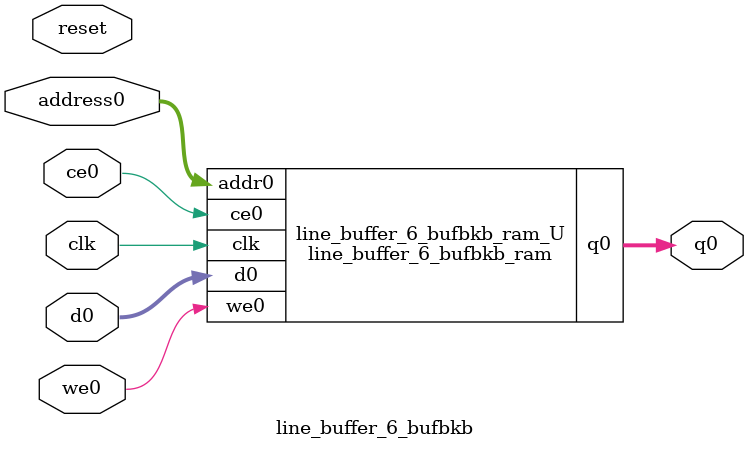
<source format=v>

`timescale 1 ns / 1 ps
module line_buffer_6_bufbkb_ram (addr0, ce0, d0, we0, q0,  clk);

parameter DWIDTH = 16;
parameter AWIDTH = 12;
parameter MEM_SIZE = 2080;

input[AWIDTH-1:0] addr0;
input ce0;
input[DWIDTH-1:0] d0;
input we0;
output reg[DWIDTH-1:0] q0;
input clk;

(* ram_style = "block" *)reg [DWIDTH-1:0] ram[0:MEM_SIZE-1];




always @(posedge clk)  
begin 
    if (ce0) 
    begin
        if (we0) 
        begin 
            ram[addr0] <= d0; 
            q0 <= d0;
        end 
        else 
            q0 <= ram[addr0];
    end
end


endmodule


`timescale 1 ns / 1 ps
module line_buffer_6_bufbkb(
    reset,
    clk,
    address0,
    ce0,
    we0,
    d0,
    q0);

parameter DataWidth = 32'd16;
parameter AddressRange = 32'd2080;
parameter AddressWidth = 32'd12;
input reset;
input clk;
input[AddressWidth - 1:0] address0;
input ce0;
input we0;
input[DataWidth - 1:0] d0;
output[DataWidth - 1:0] q0;



line_buffer_6_bufbkb_ram line_buffer_6_bufbkb_ram_U(
    .clk( clk ),
    .addr0( address0 ),
    .ce0( ce0 ),
    .d0( d0 ),
    .we0( we0 ),
    .q0( q0 ));

endmodule


</source>
